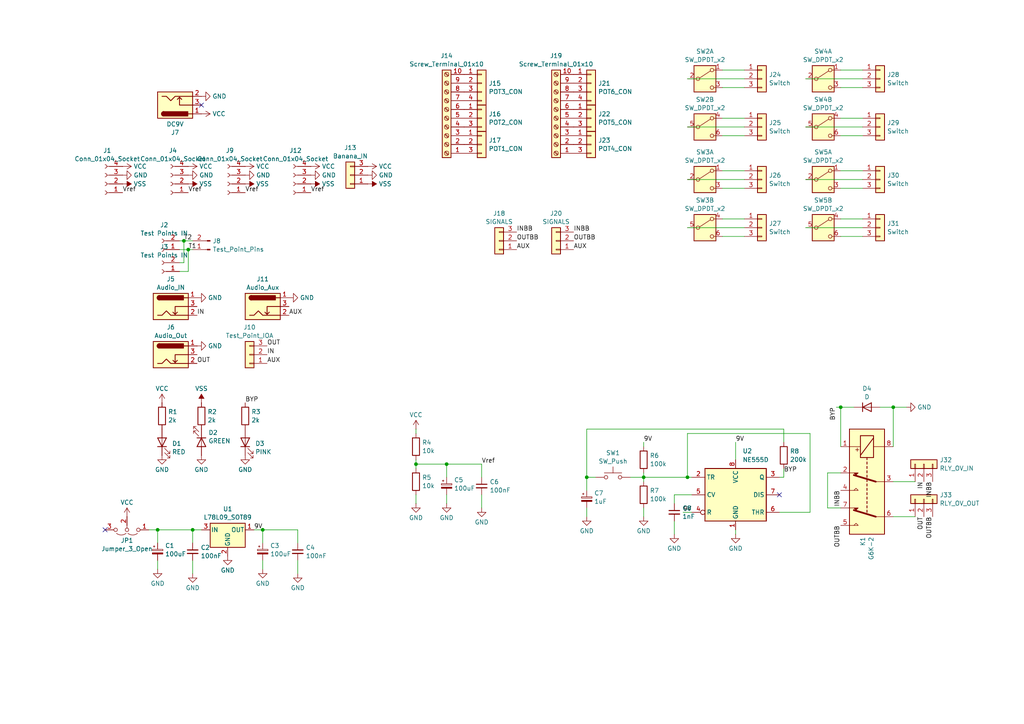
<source format=kicad_sch>
(kicad_sch (version 20250114) (generator "eeschema") (generator_version "9.0")
  (paper "A4")
  (lib_symbols
    (symbol "Connector:Barrel_Jack_Switch" (pin_names (hide yes))
      (property "Reference" "J" (at 0 5.334 0))
      (property "Value" "Barrel_Jack_Switch" (at 0 -5.08 0))
      (symbol "Barrel_Jack_Switch_1_1"
        (pin passive line (at 7.62 2.54 180) (length 2.54) (name "~") (number "1"))
        (pin passive line (at 7.62 0 180) (length 2.54) (name "~") (number "3"))
        (pin passive line (at 7.62 -2.54 180) (length 2.54) (name "~") (number "2"))
      )
    )
    (symbol "Connector:Conn_01x02_Pin" (pin_names (offset 1.016) (hide yes))
      (property "Reference" "J" (at 0 2.54 0))
      (property "Value" "Conn_01x02_Pin" (at 0 -5.08 0))
      (symbol "Conn_01x02_Pin_1_1"
        (pin passive line (at 5.08 0 180) (length 3.81) (name "Pin_1") (number "1"))
        (pin passive line (at 5.08 -2.54 180) (length 3.81) (name "Pin_2") (number "2"))
      )
    )
    (symbol "Connector:Conn_01x02_Socket" (pin_names (offset 1.016) (hide yes))
      (property "Reference" "J" (at 0 2.54 0))
      (property "Value" "Conn_01x02_Socket" (at 0 -5.08 0))
      (symbol "Conn_01x02_Socket_1_1"
        (pin passive line (at -5.08 0 0) (length 3.81) (name "Pin_1") (number "1"))
        (pin passive line (at -5.08 -2.54 0) (length 3.81) (name "Pin_2") (number "2"))
      )
    )
    (symbol "Connector:Conn_01x04_Socket" (pin_names (offset 1.016) (hide yes))
      (property "Reference" "J" (at 0 5.08 0))
      (property "Value" "Conn_01x04_Socket" (at 0 -7.62 0))
      (symbol "Conn_01x04_Socket_1_1"
        (pin passive line (at -5.08 2.54 0) (length 3.81) (name "Pin_1") (number "1"))
        (pin passive line (at -5.08 0 0) (length 3.81) (name "Pin_2") (number "2"))
        (pin passive line (at -5.08 -2.54 0) (length 3.81) (name "Pin_3") (number "3"))
        (pin passive line (at -5.08 -5.08 0) (length 3.81) (name "Pin_4") (number "4"))
      )
    )
    (symbol "Connector:Screw_Terminal_01x10" (pin_names (offset 1.016) (hide yes))
      (property "Reference" "J" (at 0 12.7 0))
      (property "Value" "Screw_Terminal_01x10" (at 0 -15.24 0))
      (symbol "Screw_Terminal_01x10_1_1"
        (pin passive line (at -5.08 10.16 0) (length 3.81) (name "Pin_1") (number "1"))
        (pin passive line (at -5.08 7.62 0) (length 3.81) (name "Pin_2") (number "2"))
        (pin passive line (at -5.08 5.08 0) (length 3.81) (name "Pin_3") (number "3"))
        (pin passive line (at -5.08 2.54 0) (length 3.81) (name "Pin_4") (number "4"))
        (pin passive line (at -5.08 0 0) (length 3.81) (name "Pin_5") (number "5"))
        (pin passive line (at -5.08 -2.54 0) (length 3.81) (name "Pin_6") (number "6"))
        (pin passive line (at -5.08 -5.08 0) (length 3.81) (name "Pin_7") (number "7"))
        (pin passive line (at -5.08 -7.62 0) (length 3.81) (name "Pin_8") (number "8"))
        (pin passive line (at -5.08 -10.16 0) (length 3.81) (name "Pin_9") (number "9"))
        (pin passive line (at -5.08 -12.7 0) (length 3.81) (name "Pin_10") (number "10"))
      )
    )
    (symbol "Connector_Generic:Conn_01x03" (pin_names (offset 1.016) (hide yes))
      (property "Reference" "J" (at 0 5.08 0))
      (property "Value" "Conn_01x03" (at 0 -5.08 0))
      (symbol "Conn_01x03_1_1"
        (pin passive line (at -5.08 2.54 0) (length 3.81) (name "Pin_1") (number "1"))
        (pin passive line (at -5.08 0 0) (length 3.81) (name "Pin_2") (number "2"))
        (pin passive line (at -5.08 -2.54 0) (length 3.81) (name "Pin_3") (number "3"))
      )
    )
    (symbol "Connector_Generic:Conn_01x04" (pin_names (offset 1.016) (hide yes))
      (property "Reference" "J" (at 0 5.08 0))
      (property "Value" "Conn_01x04" (at 0 -7.62 0))
      (symbol "Conn_01x04_1_1"
        (pin passive line (at -5.08 2.54 0) (length 3.81) (name "Pin_1") (number "1"))
        (pin passive line (at -5.08 0 0) (length 3.81) (name "Pin_2") (number "2"))
        (pin passive line (at -5.08 -2.54 0) (length 3.81) (name "Pin_3") (number "3"))
        (pin passive line (at -5.08 -5.08 0) (length 3.81) (name "Pin_4") (number "4"))
      )
    )
    (symbol "Device:C_Polarized_Small" (pin_numbers (hide yes)) (pin_names (offset 0.254) (hide yes))
      (property "Reference" "C" (at 0.254 1.778 0))
      (property "Value" "C_Polarized_Small" (at 0.254 -2.032 0))
      (symbol "C_Polarized_Small_1_1"
        (pin passive line (at 0 2.54 270) (length 1.8542) (name "~") (number "1"))
        (pin passive line (at 0 -2.54 90) (length 1.8542) (name "~") (number "2"))
      )
    )
    (symbol "Device:C_Small" (pin_numbers (hide yes)) (pin_names (offset 0.254) (hide yes))
      (property "Reference" "C" (at 0.254 1.778 0))
      (property "Value" "C_Small" (at 0.254 -2.032 0))
      (symbol "C_Small_1_1"
        (pin passive line (at 0 2.54 270) (length 2.032) (name "~") (number "1"))
        (pin passive line (at 0 -2.54 90) (length 2.032) (name "~") (number "2"))
      )
    )
    (symbol "Device:D" (pin_numbers (hide yes)) (pin_names (offset 1.016) (hide yes))
      (property "Reference" "D" (at 0 2.54 0))
      (property "Value" "D" (at 0 -2.54 0))
      (symbol "D_1_1"
        (pin passive line (at -3.81 0 0) (length 2.54) (name "K") (number "1"))
        (pin passive line (at 3.81 0 180) (length 2.54) (name "A") (number "2"))
      )
    )
    (symbol "Device:LED" (pin_numbers (hide yes)) (pin_names (offset 1.016) (hide yes))
      (property "Reference" "D" (at 0 2.54 0))
      (property "Value" "LED" (at 0 -2.54 0))
      (symbol "LED_1_1"
        (pin passive line (at -3.81 0 0) (length 2.54) (name "K") (number "1"))
        (pin passive line (at 3.81 0 180) (length 2.54) (name "A") (number "2"))
      )
    )
    (symbol "Device:R" (pin_numbers (hide yes)) (pin_names (offset 0))
      (property "Reference" "R" (at 2.032 0 90))
      (property "Value" "R" (at 0 0 90))
      (symbol "R_1_1"
        (pin passive line (at 0 3.81 270) (length 1.27) (name "~") (number "1"))
        (pin passive line (at 0 -3.81 90) (length 1.27) (name "~") (number "2"))
      )
    )
    (symbol "Jumper:Jumper_3_Open" (pin_names (offset 0) (hide yes)) (in_bom no)
      (property "Reference" "JP" (at -2.54 -2.54 0))
      (property "Value" "Jumper_3_Open" (at 0 2.794 0))
      (symbol "Jumper_3_Open_1_1"
        (pin passive line (at -6.35 0 0) (length 2.54) (name "A") (number "1"))
        (pin passive line (at 0 -3.81 90) (length 2.54) (name "C") (number "2"))
        (pin passive line (at 6.35 0 180) (length 2.54) (name "B") (number "3"))
      )
    )
    (symbol "Regulator_Linear:L78L09_SOT89" (pin_names (offset 0.254))
      (property "Reference" "U" (at -3.81 3.175 0))
      (property "Value" "L78L09_SOT89" (at -0.635 3.175 0))
      (symbol "L78L09_SOT89_1_1"
        (pin power_in line (at -7.62 0 0) (length 2.54) (name "IN") (number "3"))
        (pin power_in line (at 0 -7.62 90) (length 2.54) (name "GND") (number "2"))
        (pin power_out line (at 7.62 0 180) (length 2.54) (name "OUT") (number "1"))
      )
    )
    (symbol "Relay:G6K-2"
      (property "Reference" "K" (at 16.51 3.81 0))
      (property "Value" "G6K-2" (at 16.51 1.27 0))
      (symbol "G6K-2_0_0"
        (text "+" (at -9.271 2.921 0) (effects (font (size 1.27 1.27))))
      )
      (symbol "G6K-2_1_1"
        (pin passive line (at -10.16 7.62 270) (length 2.54) (name "~") (number "1"))
        (pin passive line (at -10.16 -7.62 90) (length 2.54) (name "~") (number "8"))
        (pin passive line (at -2.54 7.62 270) (length 2.54) (name "~") (number "2"))
        (pin passive line (at 0 -7.62 90) (length 2.54) (name "~") (number "3"))
        (pin passive line (at 2.54 7.62 270) (length 2.54) (name "~") (number "4"))
        (pin passive line (at 7.62 7.62 270) (length 2.54) (name "~") (number "7"))
        (pin passive line (at 10.16 -7.62 90) (length 2.54) (name "~") (number "6"))
        (pin passive line (at 12.7 7.62 270) (length 2.54) (name "~") (number "5"))
      )
    )
    (symbol "Switch:SW_DPDT_x2" (pin_names (offset 0) (hide yes))
      (property "Reference" "SW" (at 0 5.08 0))
      (property "Value" "SW_DPDT_x2" (at 0 -5.08 0))
      (symbol "SW_DPDT_x2_1_1"
        (pin passive line (at -5.08 0 0) (length 2.54) (name "B") (number "2"))
        (pin passive line (at 5.08 2.54 180) (length 2.54) (name "A") (number "1"))
        (pin passive line (at 5.08 -2.54 180) (length 2.54) (name "C") (number "3"))
      )
      (symbol "SW_DPDT_x2_2_1"
        (pin passive line (at -5.08 0 0) (length 2.54) (name "B") (number "5"))
        (pin passive line (at 5.08 2.54 180) (length 2.54) (name "A") (number "4"))
        (pin passive line (at 5.08 -2.54 180) (length 2.54) (name "C") (number "6"))
      )
    )
    (symbol "Switch:SW_Push" (pin_numbers (hide yes)) (pin_names (offset 1.016) (hide yes))
      (property "Reference" "SW" (at 1.27 2.54 0))
      (property "Value" "SW_Push" (at 0 -1.524 0))
      (symbol "SW_Push_0_1"
        (pin passive line (at -5.08 0 0) (length 2.54) (name "1") (number "1"))
        (pin passive line (at 5.08 0 180) (length 2.54) (name "2") (number "2"))
      )
    )
    (symbol "Timer:NE555D"
      (property "Reference" "U" (at -10.16 8.89 0))
      (property "Value" "NE555D" (at 2.54 8.89 0))
      (symbol "NE555D_0_0"
        (pin power_in line (at 0 10.16 270) (length 2.54) (name "VCC") (number "8"))
        (pin power_in line (at 0 -10.16 90) (length 2.54) (name "GND") (number "1"))
      )
      (symbol "NE555D_1_1"
        (pin input line (at -12.7 5.08 0) (length 3.81) (name "TR") (number "2"))
        (pin input line (at -12.7 0 0) (length 3.81) (name "CV") (number "5"))
        (pin input inverted (at -12.7 -5.08 0) (length 3.81) (name "R") (number "4"))
        (pin output line (at 12.7 5.08 180) (length 3.81) (name "Q") (number "3"))
        (pin input line (at 12.7 0 180) (length 3.81) (name "DIS") (number "7"))
        (pin input line (at 12.7 -5.08 180) (length 3.81) (name "THR") (number "6"))
      )
    )
    (symbol "power:GND" (power) (pin_numbers (hide yes)) (pin_names (offset 0) (hide yes))
      (property "Value" "GND" (at 0 -3.81 0))
      (symbol "GND_1_1"
        (pin power_in line (at 0 0 270) (length 0) (name "~") (number "1"))
      )
    )
    (symbol "power:VCC" (power) (pin_numbers (hide yes)) (pin_names (offset 0) (hide yes))
      (property "Value" "VCC" (at 0 3.556 0))
      (symbol "VCC_1_1"
        (pin power_in line (at 0 0 90) (length 0) (name "~") (number "1"))
      )
    )
    (symbol "power:VSS" (power) (pin_numbers (hide yes)) (pin_names (offset 0) (hide yes))
      (property "Value" "VSS" (at 0 3.556 0))
      (symbol "VSS_1_1"
        (pin power_in line (at 0 0 90) (length 0) (name "~") (number "1"))
      )
    )
  )
  (junction (at 259.08 118.11))
  (junction (at 53.34 69.85))
  (junction (at 129.54 134.62))
  (junction (at 76.2 153.67))
  (junction (at 54.61 72.39))
  (junction (at 170.18 138.43))
  (junction (at 186.69 138.43))
  (junction (at 55.88 153.67))
  (junction (at 199.39 138.43))
  (junction (at 45.72 153.67))
  (junction (at 120.65 134.62))
  (junction (at 243.84 118.11))
  (no_connect (at 58.42 30.48))
  (no_connect (at 226.06 143.51))
  (no_connect (at 30.48 153.67))
  (wire (pts (xy 54.61 72.39) (xy 55.88 72.39)))
  (wire (pts (xy 52.07 72.39) (xy 54.61 72.39)))
  (wire (pts (xy 209.55 25.4) (xy 215.9 25.4)))
  (wire (pts (xy 170.18 142.24) (xy 170.18 138.43)))
  (wire (pts (xy 199.39 22.86) (xy 215.9 22.86)))
  (wire (pts (xy 120.65 143.51) (xy 120.65 146.05)))
  (wire (pts (xy 243.84 54.61) (xy 250.19 54.61)))
  (wire (pts (xy 209.55 34.29) (xy 215.9 34.29)))
  (wire (pts (xy 86.36 153.67) (xy 86.36 157.48)))
  (wire (pts (xy 186.69 138.43) (xy 199.39 138.43)))
  (wire (pts (xy 209.55 39.37) (xy 215.9 39.37)))
  (wire (pts (xy 243.84 34.29) (xy 250.19 34.29)))
  (wire (pts (xy 243.84 39.37) (xy 250.19 39.37)))
  (wire (pts (xy 43.18 153.67) (xy 45.72 153.67)))
  (wire (pts (xy 120.65 133.35) (xy 120.65 134.62)))
  (wire (pts (xy 199.39 66.04) (xy 215.9 66.04)))
  (wire (pts (xy 226.06 148.59) (xy 234.95 148.59)))
  (wire (pts (xy 76.2 153.67) (xy 86.36 153.67)))
  (wire (pts (xy 170.18 124.46) (xy 227.33 124.46)))
  (wire (pts (xy 170.18 138.43) (xy 170.18 124.46)))
  (wire (pts (xy 139.7 134.62) (xy 139.7 138.43)))
  (wire (pts (xy 209.55 49.53) (xy 215.9 49.53)))
  (wire (pts (xy 243.84 25.4) (xy 250.19 25.4)))
  (wire (pts (xy 226.06 138.43) (xy 227.33 138.43)))
  (wire (pts (xy 233.68 66.04) (xy 250.19 66.04)))
  (wire (pts (xy 199.39 36.83) (xy 215.9 36.83)))
  (wire (pts (xy 120.65 134.62) (xy 120.65 135.89)))
  (wire (pts (xy 209.55 54.61) (xy 215.9 54.61)))
  (wire (pts (xy 243.84 118.11) (xy 242.57 118.11)))
  (wire (pts (xy 54.61 78.74) (xy 54.61 72.39)))
  (wire (pts (xy 55.88 153.67) (xy 55.88 157.48)))
  (wire (pts (xy 259.08 139.7) (xy 265.43 139.7)))
  (wire (pts (xy 243.84 49.53) (xy 250.19 49.53)))
  (wire (pts (xy 213.36 153.67) (xy 213.36 154.94)))
  (wire (pts (xy 233.68 22.86) (xy 250.19 22.86)))
  (wire (pts (xy 45.72 153.67) (xy 45.72 157.48)))
  (wire (pts (xy 227.33 124.46) (xy 227.33 128.27)))
  (wire (pts (xy 243.84 137.16) (xy 240.03 137.16)))
  (wire (pts (xy 186.69 138.43) (xy 186.69 139.7)))
  (wire (pts (xy 186.69 128.27) (xy 186.69 129.54)))
  (wire (pts (xy 243.84 20.32) (xy 250.19 20.32)))
  (wire (pts (xy 139.7 143.51) (xy 139.7 147.32)))
  (wire (pts (xy 199.39 52.07) (xy 215.9 52.07)))
  (wire (pts (xy 129.54 143.51) (xy 129.54 146.05)))
  (wire (pts (xy 243.84 68.58) (xy 250.19 68.58)))
  (wire (pts (xy 262.89 118.11) (xy 259.08 118.11)))
  (wire (pts (xy 186.69 137.16) (xy 186.69 138.43)))
  (wire (pts (xy 233.68 36.83) (xy 250.19 36.83)))
  (wire (pts (xy 129.54 134.62) (xy 129.54 138.43)))
  (wire (pts (xy 234.95 125.73) (xy 199.39 125.73)))
  (wire (pts (xy 199.39 138.43) (xy 200.66 138.43)))
  (wire (pts (xy 53.34 69.85) (xy 55.88 69.85)))
  (wire (pts (xy 213.36 128.27) (xy 213.36 133.35)))
  (wire (pts (xy 45.72 153.67) (xy 55.88 153.67)))
  (wire (pts (xy 86.36 162.56) (xy 86.36 166.37)))
  (wire (pts (xy 186.69 147.32) (xy 186.69 149.86)))
  (wire (pts (xy 182.88 138.43) (xy 186.69 138.43)))
  (wire (pts (xy 120.65 124.46) (xy 120.65 125.73)))
  (wire (pts (xy 234.95 148.59) (xy 234.95 125.73)))
  (wire (pts (xy 240.03 137.16) (xy 240.03 147.32)))
  (wire (pts (xy 76.2 153.67) (xy 76.2 157.48)))
  (wire (pts (xy 199.39 125.73) (xy 199.39 138.43)))
  (wire (pts (xy 52.07 78.74) (xy 54.61 78.74)))
  (wire (pts (xy 233.68 52.07) (xy 250.19 52.07)))
  (wire (pts (xy 73.66 153.67) (xy 76.2 153.67)))
  (wire (pts (xy 209.55 63.5) (xy 215.9 63.5)))
  (wire (pts (xy 170.18 138.43) (xy 172.72 138.43)))
  (wire (pts (xy 195.58 143.51) (xy 200.66 143.51)))
  (wire (pts (xy 170.18 147.32) (xy 170.18 149.86)))
  (wire (pts (xy 259.08 149.86) (xy 265.43 149.86)))
  (wire (pts (xy 55.88 153.67) (xy 58.42 153.67)))
  (wire (pts (xy 120.65 134.62) (xy 129.54 134.62)))
  (wire (pts (xy 255.27 118.11) (xy 259.08 118.11)))
  (wire (pts (xy 209.55 20.32) (xy 215.9 20.32)))
  (wire (pts (xy 243.84 63.5) (xy 250.19 63.5)))
  (wire (pts (xy 52.07 76.2) (xy 53.34 76.2)))
  (wire (pts (xy 53.34 76.2) (xy 53.34 69.85)))
  (wire (pts (xy 195.58 146.05) (xy 195.58 143.51)))
  (wire (pts (xy 76.2 162.56) (xy 76.2 165.1)))
  (wire (pts (xy 243.84 129.54) (xy 243.84 118.11)))
  (wire (pts (xy 227.33 135.89) (xy 227.33 138.43)))
  (wire (pts (xy 129.54 134.62) (xy 139.7 134.62)))
  (wire (pts (xy 52.07 69.85) (xy 53.34 69.85)))
  (wire (pts (xy 195.58 151.13) (xy 195.58 154.94)))
  (wire (pts (xy 45.72 162.56) (xy 45.72 165.1)))
  (wire (pts (xy 259.08 118.11) (xy 259.08 129.54)))
  (wire (pts (xy 243.84 118.11) (xy 247.65 118.11)))
  (wire (pts (xy 198.12 148.59) (xy 200.66 148.59)))
  (wire (pts (xy 55.88 162.56) (xy 55.88 166.37)))
  (wire (pts (xy 240.03 147.32) (xy 243.84 147.32)))
  (wire (pts (xy 209.55 68.58) (xy 215.9 68.58)))
  (label "IN" (at 77.47 102.87 0))
  (label "OUTBB" (at 166.37 69.85 0))
  (label "BYP" (at 71.12 116.84 0))
  (label "BYP" (at 242.57 118.11 270))
  (label "OUTBB" (at 270.51 149.86 270))
  (label "INBB" (at 166.37 67.31 0))
  (label "T1" (at 54.61 72.39 0))
  (label "Vref" (at 90.17 55.88 0))
  (label "9V" (at 73.66 153.67 0))
  (label "Vref" (at 139.7 134.62 0))
  (label "AUX" (at 77.47 105.41 0))
  (label "OUTBB" (at 149.86 69.85 0))
  (label "AUX" (at 83.82 91.44 0))
  (label "9V" (at 213.36 128.27 0))
  (label "OUTBB" (at 243.84 152.4 270))
  (label "BYP" (at 227.33 137.16 0))
  (label "OUT" (at 57.15 105.41 0))
  (label "OUT" (at 77.47 100.33 0))
  (label "OUT" (at 267.97 149.86 270))
  (label "Vref" (at 35.56 55.88 0))
  (label "IN" (at 267.97 139.7 270))
  (label "9V" (at 198.12 148.59 0))
  (label "INBB" (at 149.86 67.31 0))
  (label "AUX" (at 149.86 72.39 0))
  (label "AUX" (at 166.37 72.39 0))
  (label "Vref" (at 54.61 55.88 0))
  (label "9V" (at 186.69 128.27 0))
  (label "T2" (at 53.34 69.85 0))
  (label "INBB" (at 270.51 139.7 270))
  (label "INBB" (at 243.84 142.24 270))
  (label "Vref" (at 71.12 55.88 0))
  (label "IN" (at 57.15 91.44 0))
  (symbol (lib_id "Connector_Generic:Conn_01x04") (at 139.7 24.13 0) (unit 1)
    (property "Reference" "J15" (at 141.732 24.1878 0) (effects (justify left)))
    (property "Value" "POT3_CON" (at 141.732 26.6121 0) (effects (justify left)))
    (property "Footprint" "Connector_PinSocket_2.54mm:PinSocket_1x04_P2.54mm_Vertical" (effects (hide yes)))
    (property "Description" "Generic connector, single row, 01x04, script generated (kicad-library-utils/schlib/autogen/connector/)" (effects (hide yes)))
  )
  (symbol (lib_id "Connector_Generic:Conn_01x03") (at 144.78 69.85 180) (unit 1)
    (property "Reference" "J18" (at 144.78 61.8955 0))
    (property "Value" "SIGNALS" (at 144.78 64.3198 0))
    (property "Footprint" "Connector_PinSocket_2.54mm:PinSocket_1x03_P2.54mm_Vertical" (effects (hide yes)))
    (property "Description" "Generic connector, single row, 01x03, script generated (kicad-library-utils/schlib/autogen/connector/)" (effects (hide yes)))
  )
  (symbol (lib_id "power:GND") (at 57.15 86.36 90) (unit 1)
    (property "Reference" "#PWR012" (effects (hide yes)))
    (property "Value" "GND" (at 60.325 86.36 90) (effects (justify right)))
    (property "Description" "Power symbol creates a global label with name \"GND\" , ground" (effects (hide yes)))
  )
  (symbol (lib_id "Switch:SW_DPDT_x2") (at 204.47 36.83 0) (unit 2)
    (property "Reference" "SW2" (at 204.47 28.8755 0))
    (property "Value" "SW_DPDT_x2" (at 204.47 31.2998 0))
    (property "Footprint" "Zorg:DPDT_ESwitch" (effects (hide yes)))
    (property "Description" "Switch, dual pole double throw, separate symbols" (effects (hide yes)))
  )
  (symbol (lib_id "Device:C_Polarized_Small") (at 76.2 160.02 0) (unit 1)
    (property "Reference" "C3" (at 78.359 158.2617 0) (effects (justify left)))
    (property "Value" "100uF" (at 78.359 160.686 0) (effects (justify left)))
    (property "Footprint" "Capacitor_THT:CP_Radial_D6.3mm_P2.50mm" (effects (hide yes)))
    (property "Description" "Polarized capacitor, small symbol" (effects (hide yes)))
  )
  (symbol (lib_id "Device:LED") (at 46.99 128.27 90) (unit 1)
    (property "Reference" "D1" (at 49.911 128.6453 90) (effects (justify right)))
    (property "Value" "RED" (at 49.911 131.0696 90) (effects (justify right)))
    (property "Footprint" "LED_THT:LED_D5.0mm" (effects (hide yes)))
    (property "Description" "Light emitting diode" (effects (hide yes)))
    (property "Sim.Pins" "1=K 2=A" (effects (hide yes)))
  )
  (symbol (lib_id "Switch:SW_DPDT_x2") (at 238.76 22.86 0) (unit 1)
    (property "Reference" "SW4" (at 238.76 14.9055 0))
    (property "Value" "SW_DPDT_x2" (at 238.76 17.3298 0))
    (property "Footprint" "Zorg:DPDT_ESwitch" (effects (hide yes)))
    (property "Description" "Switch, dual pole double throw, separate symbols" (effects (hide yes)))
  )
  (symbol (lib_id "power:GND") (at 120.65 146.05 0) (unit 1)
    (property "Reference" "#PWR032" (effects (hide yes)))
    (property "Value" "GND" (at 120.65 150.1831 0))
    (property "Description" "Power symbol creates a global label with name \"GND\" , ground" (effects (hide yes)))
  )
  (symbol (lib_id "Connector_Generic:Conn_01x03") (at 255.27 52.07 0) (unit 1)
    (property "Reference" "J30" (at 257.302 50.8578 0) (effects (justify left)))
    (property "Value" "Switch" (at 257.302 53.2821 0) (effects (justify left)))
    (property "Footprint" "Connector_PinSocket_2.54mm:PinSocket_1x03_P2.54mm_Vertical" (effects (hide yes)))
    (property "Description" "Generic connector, single row, 01x03, script generated (kicad-library-utils/schlib/autogen/connector/)" (effects (hide yes)))
  )
  (symbol (lib_id "power:GND") (at 58.42 132.08 0) (unit 1)
    (property "Reference" "#PWR017" (effects (hide yes)))
    (property "Value" "GND" (at 58.42 136.2131 0))
    (property "Description" "Power symbol creates a global label with name \"GND\" , ground" (effects (hide yes)))
  )
  (symbol (lib_id "Device:C_Small") (at 139.7 140.97 0) (unit 1)
    (property "Reference" "C6" (at 142.0241 139.7641 0) (effects (justify left)))
    (property "Value" "100nF" (at 142.0241 142.1884 0) (effects (justify left)))
    (property "Footprint" "Capacitor_THT:C_Rect_L7.0mm_W2.0mm_P5.00mm" (effects (hide yes)))
    (property "Description" "Unpolarized capacitor, small symbol" (effects (hide yes)))
  )
  (symbol (lib_id "Device:C_Polarized_Small") (at 170.18 144.78 0) (unit 1)
    (property "Reference" "C7" (at 172.339 143.0217 0) (effects (justify left)))
    (property "Value" "1uF" (at 172.339 145.446 0) (effects (justify left)))
    (property "Footprint" "Capacitor_THT:CP_Radial_D4.0mm_P2.00mm" (effects (hide yes)))
    (property "Description" "Polarized capacitor, small symbol" (effects (hide yes)))
  )
  (symbol (lib_id "Connector_Generic:Conn_01x03") (at 220.98 52.07 0) (unit 1)
    (property "Reference" "J26" (at 223.012 50.8578 0) (effects (justify left)))
    (property "Value" "Switch" (at 223.012 53.2821 0) (effects (justify left)))
    (property "Footprint" "Connector_PinSocket_2.54mm:PinSocket_1x03_P2.54mm_Vertical" (effects (hide yes)))
    (property "Description" "Generic connector, single row, 01x03, script generated (kicad-library-utils/schlib/autogen/connector/)" (effects (hide yes)))
  )
  (symbol (lib_id "Connector_Generic:Conn_01x03") (at 72.39 102.87 180) (unit 1)
    (property "Reference" "J10" (at 72.39 94.9155 0))
    (property "Value" "Test_Point_IOA" (at 72.39 97.3398 0))
    (property "Footprint" "Connector_PinHeader_2.54mm:PinHeader_1x03_P2.54mm_Vertical" (effects (hide yes)))
    (property "Description" "Generic connector, single row, 01x03, script generated (kicad-library-utils/schlib/autogen/connector/)" (effects (hide yes)))
  )
  (symbol (lib_id "Connector:Conn_01x04_Socket") (at 49.53 53.34 180) (unit 1)
    (property "Reference" "J4" (at 50.165 43.6583 0))
    (property "Value" "Conn_01x04_Socket" (at 50.165 46.0826 0))
    (property "Footprint" "Connector_PinSocket_2.54mm:PinSocket_1x04_P2.54mm_Vertical" (effects (hide yes)))
    (property "Description" "Generic connector, single row, 01x04, script generated" (effects (hide yes)))
  )
  (symbol (lib_id "power:GND") (at 57.15 100.33 90) (unit 1)
    (property "Reference" "#PWR013" (effects (hide yes)))
    (property "Value" "GND" (at 60.325 100.33 90) (effects (justify right)))
    (property "Description" "Power symbol creates a global label with name \"GND\" , ground" (effects (hide yes)))
  )
  (symbol (lib_id "Connector:Conn_01x04_Socket") (at 30.48 53.34 180) (unit 1)
    (property "Reference" "J1" (at 31.115 43.6583 0))
    (property "Value" "Conn_01x04_Socket" (at 31.115 46.0826 0))
    (property "Footprint" "Connector_PinSocket_2.54mm:PinSocket_1x04_P2.54mm_Vertical" (effects (hide yes)))
    (property "Description" "Generic connector, single row, 01x04, script generated" (effects (hide yes)))
  )
  (symbol (lib_id "power:VSS") (at 54.61 53.34 270) (unit 1)
    (property "Reference" "#PWR010" (effects (hide yes)))
    (property "Value" "VSS" (at 57.785 53.34 90) (effects (justify left)))
    (property "Description" "Power symbol creates a global label with name \"VSS\"" (effects (hide yes)))
  )
  (symbol (lib_id "Connector_Generic:Conn_01x03") (at 139.7 41.91 0) (unit 1)
    (property "Reference" "J17" (at 141.732 40.6978 0) (effects (justify left)))
    (property "Value" "POT1_CON" (at 141.732 43.1221 0) (effects (justify left)))
    (property "Footprint" "Connector_PinSocket_2.54mm:PinSocket_1x03_P2.54mm_Vertical" (effects (hide yes)))
    (property "Description" "Generic connector, single row, 01x03, script generated (kicad-library-utils/schlib/autogen/connector/)" (effects (hide yes)))
  )
  (symbol (lib_id "Connector_Generic:Conn_01x03") (at 267.97 134.62 90) (unit 1)
    (property "Reference" "J32" (at 272.542 133.4078 90) (effects (justify right)))
    (property "Value" "RLY_OV_IN" (at 272.542 135.8321 90) (effects (justify right)))
    (property "Footprint" "Connector_PinHeader_2.54mm:PinHeader_1x03_P2.54mm_Vertical" (effects (hide yes)))
    (property "Description" "Generic connector, single row, 01x03, script generated (kicad-library-utils/schlib/autogen/connector/)" (effects (hide yes)))
  )
  (symbol (lib_id "power:GND") (at 186.69 149.86 0) (unit 1)
    (property "Reference" "#PWR036" (effects (hide yes)))
    (property "Value" "GND" (at 186.69 153.9931 0))
    (property "Description" "Power symbol creates a global label with name \"GND\" , ground" (effects (hide yes)))
  )
  (symbol (lib_id "power:GND") (at 83.82 86.36 90) (unit 1)
    (property "Reference" "#PWR024" (effects (hide yes)))
    (property "Value" "GND" (at 86.995 86.36 90) (effects (justify right)))
    (property "Description" "Power symbol creates a global label with name \"GND\" , ground" (effects (hide yes)))
  )
  (symbol (lib_id "Switch:SW_DPDT_x2") (at 204.47 66.04 0) (unit 2)
    (property "Reference" "SW3" (at 204.47 58.0855 0))
    (property "Value" "SW_DPDT_x2" (at 204.47 60.5098 0))
    (property "Footprint" "Zorg:DPDT_ESwitch" (effects (hide yes)))
    (property "Description" "Switch, dual pole double throw, separate symbols" (effects (hide yes)))
  )
  (symbol (lib_id "power:VSS") (at 71.12 53.34 270) (unit 1)
    (property "Reference" "#PWR021" (effects (hide yes)))
    (property "Value" "VSS" (at 74.295 53.34 90) (effects (justify left)))
    (property "Description" "Power symbol creates a global label with name \"VSS\"" (effects (hide yes)))
  )
  (symbol (lib_id "Switch:SW_DPDT_x2") (at 238.76 66.04 0) (unit 2)
    (property "Reference" "SW5" (at 238.76 58.0855 0))
    (property "Value" "SW_DPDT_x2" (at 238.76 60.5098 0))
    (property "Footprint" "Zorg:DPDT_ESwitch" (effects (hide yes)))
    (property "Description" "Switch, dual pole double throw, separate symbols" (effects (hide yes)))
  )
  (symbol (lib_id "Device:C_Small") (at 86.36 160.02 0) (unit 1)
    (property "Reference" "C4" (at 88.6841 158.8141 0) (effects (justify left)))
    (property "Value" "100nF" (at 88.6841 161.2384 0) (effects (justify left)))
    (property "Footprint" "Capacitor_THT:C_Rect_L7.0mm_W2.0mm_P5.00mm" (effects (hide yes)))
    (property "Description" "Unpolarized capacitor, small symbol" (effects (hide yes)))
  )
  (symbol (lib_id "Device:R") (at 227.33 132.08 0) (unit 1)
    (property "Reference" "R8" (at 229.108 130.8678 0) (effects (justify left)))
    (property "Value" "200k" (at 229.108 133.2921 0) (effects (justify left)))
    (property "Footprint" "Resistor_THT:R_Axial_DIN0207_L6.3mm_D2.5mm_P10.16mm_Horizontal" (effects (hide yes)))
    (property "Description" "Resistor" (effects (hide yes)))
  )
  (symbol (lib_id "power:VCC") (at 54.61 48.26 270) (unit 1)
    (property "Reference" "#PWR08" (effects (hide yes)))
    (property "Value" "VCC" (at 57.785 48.26 90) (effects (justify left)))
    (property "Description" "Power symbol creates a global label with name \"VCC\"" (effects (hide yes)))
  )
  (symbol (lib_id "Timer:NE555D") (at 213.36 143.51 0) (unit 1)
    (property "Reference" "U2" (at 215.3794 130.81 0) (effects (justify left)))
    (property "Value" "NE555D" (at 215.3794 133.35 0) (effects (justify left)))
    (property "Footprint" "Package_SO:SOIC-8_3.9x4.9mm_P1.27mm" (effects (hide yes)))
    (property "Datasheet" "http://www.ti.com/lit/ds/symlink/ne555.pdf" (effects (hide yes)))
  )
  (symbol (lib_id "Connector_Generic:Conn_01x03") (at 101.6 50.8 180) (unit 1)
    (property "Reference" "J13" (at 101.6 42.8455 0))
    (property "Value" "Banana_IN" (at 101.6 45.2698 0))
    (property "Footprint" "Connector_PinHeader_2.54mm:PinHeader_1x03_P2.54mm_Vertical" (effects (hide yes)))
    (property "Description" "Generic connector, single row, 01x03, script generated (kicad-library-utils/schlib/autogen/connector/)" (effects (hide yes)))
  )
  (symbol (lib_id "power:GND") (at 262.89 118.11 90) (unit 1)
    (property "Reference" "#PWR039" (effects (hide yes)))
    (property "Value" "GND" (at 266.065 118.11 90) (effects (justify right)))
    (property "Description" "Power symbol creates a global label with name \"GND\" , ground" (effects (hide yes)))
  )
  (symbol (lib_id "Regulator_Linear:L78L09_SOT89") (at 66.04 153.67 0) (unit 1)
    (property "Reference" "U1" (at 66.04 147.6205 0))
    (property "Value" "L78L09_SOT89" (at 66.04 150.0448 0))
    (property "Footprint" "Zorg:DPAK-3" (effects (hide yes)))
    (property "Datasheet" "http://www.st.com/content/ccc/resource/technical/document/datasheet/15/55/e5/aa/23/5b/43/fd/CD00000446.pdf/files/CD00000446.pdf/jcr:content/translations/en.CD00000446.pdf" (effects (hide yes)))
    (property "Description" "Positive 100mA 30V Linear Regulator, Fixed Output 9V, SOT-89" (effects (hide yes)))
  )
  (symbol (lib_id "Connector:Conn_01x04_Socket") (at 66.04 53.34 180) (unit 1)
    (property "Reference" "J9" (at 66.675 43.6583 0))
    (property "Value" "Conn_01x04_Socket" (at 66.675 46.0826 0))
    (property "Footprint" "Connector_PinSocket_2.54mm:PinSocket_1x04_P2.54mm_Vertical" (effects (hide yes)))
    (property "Description" "Generic connector, single row, 01x04, script generated" (effects (hide yes)))
  )
  (symbol (lib_id "power:GND") (at 213.36 154.94 0) (unit 1)
    (property "Reference" "#PWR038" (effects (hide yes)))
    (property "Value" "GND" (at 213.36 159.0731 0))
    (property "Description" "Power symbol creates a global label with name \"GND\" , ground" (effects (hide yes)))
  )
  (symbol (lib_id "Connector:Conn_01x04_Socket") (at 85.09 53.34 180) (unit 1)
    (property "Reference" "J12" (at 85.725 43.6583 0))
    (property "Value" "Conn_01x04_Socket" (at 85.725 46.0826 0))
    (property "Footprint" "Connector_PinSocket_2.54mm:PinSocket_1x04_P2.54mm_Vertical" (effects (hide yes)))
    (property "Description" "Generic connector, single row, 01x04, script generated" (effects (hide yes)))
  )
  (symbol (lib_id "Connector:Barrel_Jack_Switch") (at 50.8 30.48 0) (mirror x) (unit 1)
    (property "Reference" "J7" (at 50.8 38.4345 0))
    (property "Value" "DC9V" (at 50.8 36.0102 0))
    (property "Footprint" "Zorg:Jack DC" (effects (hide yes)))
    (property "Description" "DC Barrel Jack with an internal switch" (effects (hide yes)))
  )
  (symbol (lib_id "power:VSS") (at 35.56 53.34 270) (unit 1)
    (property "Reference" "#PWR03" (effects (hide yes)))
    (property "Value" "VSS" (at 38.735 53.34 90) (effects (justify left)))
    (property "Description" "Power symbol creates a global label with name \"VSS\"" (effects (hide yes)))
  )
  (symbol (lib_id "Device:C_Polarized_Small") (at 129.54 140.97 0) (unit 1)
    (property "Reference" "C5" (at 131.699 139.2117 0) (effects (justify left)))
    (property "Value" "100uF" (at 131.699 141.636 0) (effects (justify left)))
    (property "Footprint" "Capacitor_THT:CP_Radial_D6.3mm_P2.50mm" (effects (hide yes)))
    (property "Description" "Polarized capacitor, small symbol" (effects (hide yes)))
  )
  (symbol (lib_id "Connector_Generic:Conn_01x03") (at 220.98 36.83 0) (unit 1)
    (property "Reference" "J25" (at 223.012 35.6178 0) (effects (justify left)))
    (property "Value" "Switch" (at 223.012 38.0421 0) (effects (justify left)))
    (property "Footprint" "Connector_PinSocket_2.54mm:PinSocket_1x03_P2.54mm_Vertical" (effects (hide yes)))
    (property "Description" "Generic connector, single row, 01x03, script generated (kicad-library-utils/schlib/autogen/connector/)" (effects (hide yes)))
  )
  (symbol (lib_id "power:GND") (at 76.2 165.1 0) (unit 1)
    (property "Reference" "#PWR023" (effects (hide yes)))
    (property "Value" "GND" (at 76.2 169.2331 0))
    (property "Description" "Power symbol creates a global label with name \"GND\" , ground" (effects (hide yes)))
  )
  (symbol (lib_id "power:GND") (at 129.54 146.05 0) (unit 1)
    (property "Reference" "#PWR033" (effects (hide yes)))
    (property "Value" "GND" (at 129.54 150.1831 0))
    (property "Description" "Power symbol creates a global label with name \"GND\" , ground" (effects (hide yes)))
  )
  (symbol (lib_id "power:GND") (at 46.99 132.08 0) (unit 1)
    (property "Reference" "#PWR07" (effects (hide yes)))
    (property "Value" "GND" (at 46.99 136.2131 0))
    (property "Description" "Power symbol creates a global label with name \"GND\" , ground" (effects (hide yes)))
  )
  (symbol (lib_id "Device:R") (at 186.69 133.35 0) (unit 1)
    (property "Reference" "R6" (at 188.468 132.1378 0) (effects (justify left)))
    (property "Value" "100k" (at 188.468 134.5621 0) (effects (justify left)))
    (property "Footprint" "Resistor_THT:R_Axial_DIN0207_L6.3mm_D2.5mm_P10.16mm_Horizontal" (effects (hide yes)))
    (property "Description" "Resistor" (effects (hide yes)))
  )
  (symbol (lib_id "Connector_Generic:Conn_01x03") (at 255.27 36.83 0) (unit 1)
    (property "Reference" "J29" (at 257.302 35.6178 0) (effects (justify left)))
    (property "Value" "Switch" (at 257.302 38.0421 0) (effects (justify left)))
    (property "Footprint" "Connector_PinSocket_2.54mm:PinSocket_1x03_P2.54mm_Vertical" (effects (hide yes)))
    (property "Description" "Generic connector, single row, 01x03, script generated (kicad-library-utils/schlib/autogen/connector/)" (effects (hide yes)))
  )
  (symbol (lib_id "power:VCC") (at 36.83 149.86 0) (unit 1)
    (property "Reference" "#PWR04" (effects (hide yes)))
    (property "Value" "VCC" (at 36.83 145.7269 0))
    (property "Description" "Power symbol creates a global label with name \"VCC\"" (effects (hide yes)))
  )
  (symbol (lib_id "Device:LED") (at 71.12 128.27 90) (unit 1)
    (property "Reference" "D3" (at 74.041 128.6453 90) (effects (justify right)))
    (property "Value" "PINK" (at 74.041 131.0696 90) (effects (justify right)))
    (property "Footprint" "LED_THT:LED_D5.0mm" (effects (hide yes)))
    (property "Description" "Light emitting diode" (effects (hide yes)))
    (property "Sim.Pins" "1=K 2=A" (effects (hide yes)))
  )
  (symbol (lib_id "Switch:SW_DPDT_x2") (at 238.76 52.07 0) (unit 1)
    (property "Reference" "SW5" (at 238.76 44.1155 0))
    (property "Value" "SW_DPDT_x2" (at 238.76 46.5398 0))
    (property "Footprint" "Zorg:DPDT_ESwitch" (effects (hide yes)))
    (property "Description" "Switch, dual pole double throw, separate symbols" (effects (hide yes)))
  )
  (symbol (lib_id "Relay:G6K-2") (at 251.46 139.7 90) (mirror x) (unit 1)
    (property "Reference" "K1" (at 250.2478 155.702 0) (effects (justify left)))
    (property "Value" "G6K-2" (at 252.6721 155.702 0) (effects (justify left)))
    (property "Footprint" "Relay_THT:Relay_DPDT_Omron_G6K-2P-Y" (effects (hide yes)))
    (property "Datasheet" "http://omronfs.omron.com/en_US/ecb/products/pdf/en-g6k.pdf" (effects (hide yes)))
    (property "Description" "Miniature 2-pole relay, Single-side Stable" (effects (hide yes)))
  )
  (symbol (lib_id "Jumper:Jumper_3_Open") (at 36.83 153.67 180) (unit 1) (in_bom no)
    (property "Reference" "JP1" (at 36.83 156.7623 0))
    (property "Value" "Jumper_3_Open" (at 36.83 159.1866 0))
    (property "Footprint" "Connector_PinHeader_2.54mm:PinHeader_1x03_P2.54mm_Vertical" (effects (hide yes)))
    (property "Description" "Jumper, 3-pole, both open" (effects (hide yes)))
  )
  (symbol (lib_id "power:VCC") (at 58.42 33.02 270) (unit 1)
    (property "Reference" "#PWR015" (effects (hide yes)))
    (property "Value" "VCC" (at 61.595 33.02 90) (effects (justify left)))
    (property "Description" "Power symbol creates a global label with name \"VCC\"" (effects (hide yes)))
  )
  (symbol (lib_id "Device:R") (at 71.12 120.65 0) (unit 1)
    (property "Reference" "R3" (at 72.898 119.4378 0) (effects (justify left)))
    (property "Value" "2k" (at 72.898 121.8621 0) (effects (justify left)))
    (property "Footprint" "Resistor_THT:R_Axial_DIN0207_L6.3mm_D2.5mm_P10.16mm_Horizontal" (effects (hide yes)))
    (property "Description" "Resistor" (effects (hide yes)))
  )
  (symbol (lib_id "Connector_Generic:Conn_01x03") (at 139.7 34.29 0) (unit 1)
    (property "Reference" "J16" (at 141.732 33.0778 0) (effects (justify left)))
    (property "Value" "POT2_CON" (at 141.732 35.5021 0) (effects (justify left)))
    (property "Footprint" "Connector_PinSocket_2.54mm:PinSocket_1x03_P2.54mm_Vertical" (effects (hide yes)))
    (property "Description" "Generic connector, single row, 01x03, script generated (kicad-library-utils/schlib/autogen/connector/)" (effects (hide yes)))
  )
  (symbol (lib_id "Connector_Generic:Conn_01x03") (at 220.98 22.86 0) (unit 1)
    (property "Reference" "J24" (at 223.012 21.6478 0) (effects (justify left)))
    (property "Value" "Switch" (at 223.012 24.0721 0) (effects (justify left)))
    (property "Footprint" "Connector_PinSocket_2.54mm:PinSocket_1x03_P2.54mm_Vertical" (effects (hide yes)))
    (property "Description" "Generic connector, single row, 01x03, script generated (kicad-library-utils/schlib/autogen/connector/)" (effects (hide yes)))
  )
  (symbol (lib_id "Device:R") (at 120.65 139.7 0) (unit 1)
    (property "Reference" "R5" (at 122.428 138.4878 0) (effects (justify left)))
    (property "Value" "10k" (at 122.428 140.9121 0) (effects (justify left)))
    (property "Footprint" "Resistor_THT:R_Axial_DIN0207_L6.3mm_D2.5mm_P10.16mm_Horizontal" (effects (hide yes)))
    (property "Description" "Resistor" (effects (hide yes)))
  )
  (symbol (lib_id "power:GND") (at 139.7 147.32 0) (unit 1)
    (property "Reference" "#PWR034" (effects (hide yes)))
    (property "Value" "GND" (at 139.7 151.4531 0))
    (property "Description" "Power symbol creates a global label with name \"GND\" , ground" (effects (hide yes)))
  )
  (symbol (lib_id "Device:C_Polarized_Small") (at 45.72 160.02 0) (unit 1)
    (property "Reference" "C1" (at 47.879 158.2617 0) (effects (justify left)))
    (property "Value" "100uF" (at 47.879 160.686 0) (effects (justify left)))
    (property "Footprint" "Capacitor_THT:CP_Radial_D6.3mm_P2.50mm" (effects (hide yes)))
    (property "Description" "Polarized capacitor, small symbol" (effects (hide yes)))
  )
  (symbol (lib_id "Device:R") (at 120.65 129.54 0) (unit 1)
    (property "Reference" "R4" (at 122.428 128.3278 0) (effects (justify left)))
    (property "Value" "10k" (at 122.428 130.7521 0) (effects (justify left)))
    (property "Footprint" "Resistor_THT:R_Axial_DIN0207_L6.3mm_D2.5mm_P10.16mm_Horizontal" (effects (hide yes)))
    (property "Description" "Resistor" (effects (hide yes)))
  )
  (symbol (lib_id "Connector_Generic:Conn_01x03") (at 161.29 69.85 180) (unit 1)
    (property "Reference" "J20" (at 161.29 61.8955 0))
    (property "Value" "SIGNALS" (at 161.29 64.3198 0))
    (property "Footprint" "Connector_PinSocket_2.54mm:PinSocket_1x03_P2.54mm_Vertical" (effects (hide yes)))
    (property "Description" "Generic connector, single row, 01x03, script generated (kicad-library-utils/schlib/autogen/connector/)" (effects (hide yes)))
  )
  (symbol (lib_id "Switch:SW_DPDT_x2") (at 238.76 36.83 0) (unit 2)
    (property "Reference" "SW4" (at 238.76 28.8755 0))
    (property "Value" "SW_DPDT_x2" (at 238.76 31.2998 0))
    (property "Footprint" "Zorg:DPDT_ESwitch" (effects (hide yes)))
    (property "Description" "Switch, dual pole double throw, separate symbols" (effects (hide yes)))
  )
  (symbol (lib_id "Connector:Barrel_Jack_Switch") (at 76.2 88.9 0) (unit 1)
    (property "Reference" "J11" (at 76.2 80.9455 0))
    (property "Value" "Audio_Aux" (at 76.2 83.3698 0))
    (property "Footprint" "Zorg:Jack  Neutrik Mono Pins SW" (effects (hide yes)))
    (property "Description" "DC Barrel Jack with an internal switch" (effects (hide yes)))
  )
  (symbol (lib_id "Connector:Conn_01x02_Socket") (at 46.99 78.74 180) (unit 1)
    (property "Reference" "J3" (at 47.625 71.5983 0))
    (property "Value" "Test Points IN" (at 47.625 74.0226 0))
    (property "Footprint" "Connector_PinSocket_2.54mm:PinSocket_1x02_P2.54mm_Vertical" (effects (hide yes)))
    (property "Description" "Generic connector, single row, 01x02, script generated" (effects (hide yes)))
  )
  (symbol (lib_id "Device:C_Small") (at 55.88 160.02 0) (unit 1)
    (property "Reference" "C2" (at 58.2041 158.8141 0) (effects (justify left)))
    (property "Value" "100nF" (at 58.2041 161.2384 0) (effects (justify left)))
    (property "Footprint" "Capacitor_THT:C_Rect_L7.0mm_W2.0mm_P5.00mm" (effects (hide yes)))
    (property "Description" "Unpolarized capacitor, small symbol" (effects (hide yes)))
  )
  (symbol (lib_id "power:GND") (at 170.18 149.86 0) (unit 1)
    (property "Reference" "#PWR035" (effects (hide yes)))
    (property "Value" "GND" (at 170.18 153.9931 0))
    (property "Description" "Power symbol creates a global label with name \"GND\" , ground" (effects (hide yes)))
  )
  (symbol (lib_id "Switch:SW_DPDT_x2") (at 204.47 52.07 0) (unit 1)
    (property "Reference" "SW3" (at 204.47 44.1155 0))
    (property "Value" "SW_DPDT_x2" (at 204.47 46.5398 0))
    (property "Footprint" "Zorg:DPDT_ESwitch" (effects (hide yes)))
    (property "Description" "Switch, dual pole double throw, separate symbols" (effects (hide yes)))
  )
  (symbol (lib_id "power:GND") (at 35.56 50.8 90) (unit 1)
    (property "Reference" "#PWR02" (effects (hide yes)))
    (property "Value" "GND" (at 38.735 50.8 90) (effects (justify right)))
    (property "Description" "Power symbol creates a global label with name \"GND\" , ground" (effects (hide yes)))
  )
  (symbol (lib_id "power:GND") (at 58.42 27.94 90) (unit 1)
    (property "Reference" "#PWR014" (effects (hide yes)))
    (property "Value" "GND" (at 61.595 27.94 90) (effects (justify right)))
    (property "Description" "Power symbol creates a global label with name \"GND\" , ground" (effects (hide yes)))
  )
  (symbol (lib_id "Switch:SW_Push") (at 177.8 138.43 0) (unit 1)
    (property "Reference" "SW1" (at 177.8 131.3645 0))
    (property "Value" "SW_Push" (at 177.8 133.7888 0))
    (property "Footprint" "Button_Switch_THT:SW_PUSH-12mm" (effects (hide yes)))
    (property "Description" "Push button switch, generic, two pins" (effects (hide yes)))
  )
  (symbol (lib_id "power:VCC") (at 120.65 124.46 0) (unit 1)
    (property "Reference" "#PWR040" (effects (hide yes)))
    (property "Value" "VCC" (at 120.65 120.3269 0))
    (property "Description" "Power symbol creates a global label with name \"VCC\"" (effects (hide yes)))
  )
  (symbol (lib_id "power:VCC") (at 35.56 48.26 270) (unit 1)
    (property "Reference" "#PWR01" (effects (hide yes)))
    (property "Value" "VCC" (at 38.735 48.26 90) (effects (justify left)))
    (property "Description" "Power symbol creates a global label with name \"VCC\"" (effects (hide yes)))
  )
  (symbol (lib_id "Connector_Generic:Conn_01x04") (at 171.45 24.13 0) (unit 1)
    (property "Reference" "J21" (at 173.482 24.1878 0) (effects (justify left)))
    (property "Value" "POT6_CON" (at 173.482 26.6121 0) (effects (justify left)))
    (property "Footprint" "Connector_PinSocket_2.54mm:PinSocket_1x04_P2.54mm_Vertical" (effects (hide yes)))
    (property "Description" "Generic connector, single row, 01x04, script generated (kicad-library-utils/schlib/autogen/connector/)" (effects (hide yes)))
  )
  (symbol (lib_id "Connector_Generic:Conn_01x03") (at 267.97 144.78 90) (unit 1)
    (property "Reference" "J33" (at 272.542 143.5678 90) (effects (justify right)))
    (property "Value" "RLY_OV_OUT" (at 272.542 145.9921 90) (effects (justify right)))
    (property "Footprint" "Connector_PinHeader_2.54mm:PinHeader_1x03_P2.54mm_Vertical" (effects (hide yes)))
    (property "Description" "Generic connector, single row, 01x03, script generated (kicad-library-utils/schlib/autogen/connector/)" (effects (hide yes)))
  )
  (symbol (lib_id "power:GND") (at 195.58 154.94 0) (unit 1)
    (property "Reference" "#PWR037" (effects (hide yes)))
    (property "Value" "GND" (at 195.58 159.0731 0))
    (property "Description" "Power symbol creates a global label with name \"GND\" , ground" (effects (hide yes)))
  )
  (symbol (lib_id "Device:C_Small") (at 195.58 148.59 0) (unit 1)
    (property "Reference" "C8" (at 197.9041 147.3841 0) (effects (justify left)))
    (property "Value" "1nF" (at 197.9041 149.8084 0) (effects (justify left)))
    (property "Footprint" "Capacitor_THT:C_Rect_L7.0mm_W2.0mm_P5.00mm" (effects (hide yes)))
    (property "Description" "Unpolarized capacitor, small symbol" (effects (hide yes)))
  )
  (symbol (lib_id "power:GND") (at 55.88 166.37 0) (unit 1)
    (property "Reference" "#PWR011" (effects (hide yes)))
    (property "Value" "GND" (at 55.88 170.5031 0))
    (property "Description" "Power symbol creates a global label with name \"GND\" , ground" (effects (hide yes)))
  )
  (symbol (lib_id "Connector_Generic:Conn_01x03") (at 171.45 41.91 0) (unit 1)
    (property "Reference" "J23" (at 173.482 40.6978 0) (effects (justify left)))
    (property "Value" "POT4_CON" (at 173.482 43.1221 0) (effects (justify left)))
    (property "Footprint" "Connector_PinSocket_2.54mm:PinSocket_1x03_P2.54mm_Vertical" (effects (hide yes)))
    (property "Description" "Generic connector, single row, 01x03, script generated (kicad-library-utils/schlib/autogen/connector/)" (effects (hide yes)))
  )
  (symbol (lib_id "Connector:Conn_01x02_Pin") (at 60.96 72.39 180) (unit 1)
    (property "Reference" "J8" (at 61.6712 69.9078 0) (effects (justify right)))
    (property "Value" "Test_Point_Pins" (at 61.6712 72.3321 0) (effects (justify right)))
    (property "Footprint" "Connector_PinHeader_2.54mm:PinHeader_1x02_P2.54mm_Vertical" (effects (hide yes)))
    (property "Description" "Generic connector, single row, 01x02, script generated" (effects (hide yes)))
  )
  (symbol (lib_id "Device:R") (at 58.42 120.65 0) (unit 1)
    (property "Reference" "R2" (at 60.198 119.4378 0) (effects (justify left)))
    (property "Value" "2k" (at 60.198 121.8621 0) (effects (justify left)))
    (property "Footprint" "Resistor_THT:R_Axial_DIN0207_L6.3mm_D2.5mm_P10.16mm_Horizontal" (effects (hide yes)))
    (property "Description" "Resistor" (effects (hide yes)))
  )
  (symbol (lib_id "power:VSS") (at 106.68 53.34 270) (unit 1)
    (property "Reference" "#PWR031" (effects (hide yes)))
    (property "Value" "VSS" (at 109.855 53.34 90) (effects (justify left)))
    (property "Description" "Power symbol creates a global label with name \"VSS\"" (effects (hide yes)))
  )
  (symbol (lib_id "Device:D") (at 251.46 118.11 0) (unit 1)
    (property "Reference" "D4" (at 251.46 112.6955 0))
    (property "Value" "D" (at 251.46 115.1198 0))
    (property "Footprint" "Diode_THT:D_A-405_P7.62mm_Horizontal" (effects (hide yes)))
    (property "Description" "Diode" (effects (hide yes)))
    (property "Sim.Device" "D" (effects (hide yes)))
    (property "Sim.Pins" "1=K 2=A" (effects (hide yes)))
  )
  (symbol (lib_id "power:GND") (at 71.12 132.08 0) (unit 1)
    (property "Reference" "#PWR022" (effects (hide yes)))
    (property "Value" "GND" (at 71.12 136.2131 0))
    (property "Description" "Power symbol creates a global label with name \"GND\" , ground" (effects (hide yes)))
  )
  (symbol (lib_id "power:GND") (at 106.68 50.8 90) (unit 1)
    (property "Reference" "#PWR030" (effects (hide yes)))
    (property "Value" "GND" (at 109.855 50.8 90) (effects (justify right)))
    (property "Description" "Power symbol creates a global label with name \"GND\" , ground" (effects (hide yes)))
  )
  (symbol (lib_id "power:GND") (at 90.17 50.8 90) (unit 1)
    (property "Reference" "#PWR027" (effects (hide yes)))
    (property "Value" "GND" (at 93.345 50.8 90) (effects (justify right)))
    (property "Description" "Power symbol creates a global label with name \"GND\" , ground" (effects (hide yes)))
  )
  (symbol (lib_id "power:VCC") (at 46.99 116.84 0) (unit 1)
    (property "Reference" "#PWR06" (effects (hide yes)))
    (property "Value" "VCC" (at 46.99 112.7069 0))
    (property "Description" "Power symbol creates a global label with name \"VCC\"" (effects (hide yes)))
  )
  (symbol (lib_id "power:VSS") (at 90.17 53.34 270) (unit 1)
    (property "Reference" "#PWR028" (effects (hide yes)))
    (property "Value" "VSS" (at 93.345 53.34 90) (effects (justify left)))
    (property "Description" "Power symbol creates a global label with name \"VSS\"" (effects (hide yes)))
  )
  (symbol (lib_id "power:GND") (at 54.61 50.8 90) (unit 1)
    (property "Reference" "#PWR09" (effects (hide yes)))
    (property "Value" "GND" (at 57.785 50.8 90) (effects (justify right)))
    (property "Description" "Power symbol creates a global label with name \"GND\" , ground" (effects (hide yes)))
  )
  (symbol (lib_id "Connector:Conn_01x02_Socket") (at 46.99 72.39 180) (unit 1)
    (property "Reference" "J2" (at 47.625 65.2483 0))
    (property "Value" "Test Points IN" (at 47.625 67.6726 0))
    (property "Footprint" "Connector_PinSocket_2.54mm:PinSocket_1x02_P2.54mm_Vertical" (effects (hide yes)))
    (property "Description" "Generic connector, single row, 01x02, script generated" (effects (hide yes)))
  )
  (symbol (lib_id "power:VCC") (at 90.17 48.26 270) (unit 1)
    (property "Reference" "#PWR026" (effects (hide yes)))
    (property "Value" "VCC" (at 93.345 48.26 90) (effects (justify left)))
    (property "Description" "Power symbol creates a global label with name \"VCC\"" (effects (hide yes)))
  )
  (symbol (lib_id "Connector:Barrel_Jack_Switch") (at 49.53 88.9 0) (unit 1)
    (property "Reference" "J5" (at 49.53 80.9455 0))
    (property "Value" "Audio_IN" (at 49.53 83.3698 0))
    (property "Footprint" "Zorg:Jack  Neutrik Mono Pins SW" (effects (hide yes)))
    (property "Description" "DC Barrel Jack with an internal switch" (effects (hide yes)))
  )
  (symbol (lib_id "Connector_Generic:Conn_01x03") (at 220.98 66.04 0) (unit 1)
    (property "Reference" "J27" (at 223.012 64.8278 0) (effects (justify left)))
    (property "Value" "Switch" (at 223.012 67.2521 0) (effects (justify left)))
    (property "Footprint" "Connector_PinSocket_2.54mm:PinSocket_1x03_P2.54mm_Vertical" (effects (hide yes)))
    (property "Description" "Generic connector, single row, 01x03, script generated (kicad-library-utils/schlib/autogen/connector/)" (effects (hide yes)))
  )
  (symbol (lib_id "power:GND") (at 66.04 161.29 0) (unit 1)
    (property "Reference" "#PWR018" (effects (hide yes)))
    (property "Value" "GND" (at 66.04 165.4231 0))
    (property "Description" "Power symbol creates a global label with name \"GND\" , ground" (effects (hide yes)))
  )
  (symbol (lib_id "power:GND") (at 45.72 165.1 0) (unit 1)
    (property "Reference" "#PWR05" (effects (hide yes)))
    (property "Value" "GND" (at 45.72 169.2331 0))
    (property "Description" "Power symbol creates a global label with name \"GND\" , ground" (effects (hide yes)))
  )
  (symbol (lib_id "power:VSS") (at 58.42 116.84 0) (unit 1)
    (property "Reference" "#PWR016" (effects (hide yes)))
    (property "Value" "VSS" (at 58.42 112.7069 0))
    (property "Description" "Power symbol creates a global label with name \"VSS\"" (effects (hide yes)))
  )
  (symbol (lib_id "Device:R") (at 186.69 143.51 0) (unit 1)
    (property "Reference" "R7" (at 188.468 142.2978 0) (effects (justify left)))
    (property "Value" "100k" (at 188.468 144.7221 0) (effects (justify left)))
    (property "Footprint" "Resistor_THT:R_Axial_DIN0207_L6.3mm_D2.5mm_P10.16mm_Horizontal" (effects (hide yes)))
    (property "Description" "Resistor" (effects (hide yes)))
  )
  (symbol (lib_id "power:GND") (at 71.12 50.8 90) (unit 1)
    (property "Reference" "#PWR020" (effects (hide yes)))
    (property "Value" "GND" (at 74.295 50.8 90) (effects (justify right)))
    (property "Description" "Power symbol creates a global label with name \"GND\" , ground" (effects (hide yes)))
  )
  (symbol (lib_id "Connector_Generic:Conn_01x03") (at 255.27 66.04 0) (unit 1)
    (property "Reference" "J31" (at 257.302 64.8278 0) (effects (justify left)))
    (property "Value" "Switch" (at 257.302 67.2521 0) (effects (justify left)))
    (property "Footprint" "Connector_PinSocket_2.54mm:PinSocket_1x03_P2.54mm_Vertical" (effects (hide yes)))
    (property "Description" "Generic connector, single row, 01x03, script generated (kicad-library-utils/schlib/autogen/connector/)" (effects (hide yes)))
  )
  (symbol (lib_id "Connector:Screw_Terminal_01x10") (at 161.29 34.29 180) (unit 1)
    (property "Reference" "J19" (at 161.29 16.1755 0))
    (property "Value" "Screw_Terminal_01x10" (at 161.29 18.5998 0))
    (property "Footprint" "TerminalBlock_RND:TerminalBlock_RND_205-00020_1x10_P5.00mm_Horizontal" (effects (hide yes)))
    (property "Description" "Generic screw terminal, single row, 01x10, script generated (kicad-library-utils/schlib/autogen/connector/)" (effects (hide yes)))
  )
  (symbol (lib_id "Switch:SW_DPDT_x2") (at 204.47 22.86 0) (unit 1)
    (property "Reference" "SW2" (at 204.47 14.9055 0))
    (property "Value" "SW_DPDT_x2" (at 204.47 17.3298 0))
    (property "Footprint" "Zorg:DPDT_ESwitch" (effects (hide yes)))
    (property "Description" "Switch, dual pole double throw, separate symbols" (effects (hide yes)))
  )
  (symbol (lib_id "Device:R") (at 46.99 120.65 0) (unit 1)
    (property "Reference" "R1" (at 48.768 119.4378 0) (effects (justify left)))
    (property "Value" "2k" (at 48.768 121.8621 0) (effects (justify left)))
    (property "Footprint" "Resistor_THT:R_Axial_DIN0207_L6.3mm_D2.5mm_P10.16mm_Horizontal" (effects (hide yes)))
    (property "Description" "Resistor" (effects (hide yes)))
  )
  (symbol (lib_id "power:GND") (at 86.36 166.37 0) (unit 1)
    (property "Reference" "#PWR025" (effects (hide yes)))
    (property "Value" "GND" (at 86.36 170.5031 0))
    (property "Description" "Power symbol creates a global label with name \"GND\" , ground" (effects (hide yes)))
  )
  (symbol (lib_id "Device:LED") (at 58.42 128.27 270) (unit 1)
    (property "Reference" "D2" (at 60.452 125.4703 90) (effects (justify left)))
    (property "Value" "GREEN" (at 60.452 127.8946 90) (effects (justify left)))
    (property "Footprint" "LED_THT:LED_D5.0mm" (effects (hide yes)))
    (property "Description" "Light emitting diode" (effects (hide yes)))
    (property "Sim.Pins" "1=K 2=A" (effects (hide yes)))
  )
  (symbol (lib_id "power:VCC") (at 71.12 48.26 270) (unit 1)
    (property "Reference" "#PWR019" (effects (hide yes)))
    (property "Value" "VCC" (at 74.295 48.26 90) (effects (justify left)))
    (property "Description" "Power symbol creates a global label with name \"VCC\"" (effects (hide yes)))
  )
  (symbol (lib_id "power:VCC") (at 106.68 48.26 270) (unit 1)
    (property "Reference" "#PWR029" (effects (hide yes)))
    (property "Value" "VCC" (at 109.855 48.26 90) (effects (justify left)))
    (property "Description" "Power symbol creates a global label with name \"VCC\"" (effects (hide yes)))
  )
  (symbol (lib_id "Connector:Screw_Terminal_01x10") (at 129.54 34.29 180) (unit 1)
    (property "Reference" "J14" (at 129.54 16.1755 0))
    (property "Value" "Screw_Terminal_01x10" (at 129.54 18.5998 0))
    (property "Footprint" "TerminalBlock_RND:TerminalBlock_RND_205-00020_1x10_P5.00mm_Horizontal" (effects (hide yes)))
    (property "Description" "Generic screw terminal, single row, 01x10, script generated (kicad-library-utils/schlib/autogen/connector/)" (effects (hide yes)))
  )
  (symbol (lib_id "Connector_Generic:Conn_01x03") (at 171.45 34.29 0) (unit 1)
    (property "Reference" "J22" (at 173.482 33.0778 0) (effects (justify left)))
    (property "Value" "POT5_CON" (at 173.482 35.5021 0) (effects (justify left)))
    (property "Footprint" "Connector_PinSocket_2.54mm:PinSocket_1x03_P2.54mm_Vertical" (effects (hide yes)))
    (property "Description" "Generic connector, single row, 01x03, script generated (kicad-library-utils/schlib/autogen/connector/)" (effects (hide yes)))
  )
  (symbol (lib_id "Connector:Barrel_Jack_Switch") (at 49.53 102.87 0) (unit 1)
    (property "Reference" "J6" (at 49.53 94.9155 0))
    (property "Value" "Audio_Out" (at 49.53 97.3398 0))
    (property "Footprint" "Zorg:Jack  Neutrik Mono Pins SW" (effects (hide yes)))
    (property "Description" "DC Barrel Jack with an internal switch" (effects (hide yes)))
  )
  (symbol (lib_id "Connector_Generic:Conn_01x03") (at 255.27 22.86 0) (unit 1)
    (property "Reference" "J28" (at 257.302 21.6478 0) (effects (justify left)))
    (property "Value" "Switch" (at 257.302 24.0721 0) (effects (justify left)))
    (property "Footprint" "Connector_PinSocket_2.54mm:PinSocket_1x03_P2.54mm_Vertical" (effects (hide yes)))
    (property "Description" "Generic connector, single row, 01x03, script generated (kicad-library-utils/schlib/autogen/connector/)" (effects (hide yes)))
  )
)
</source>
